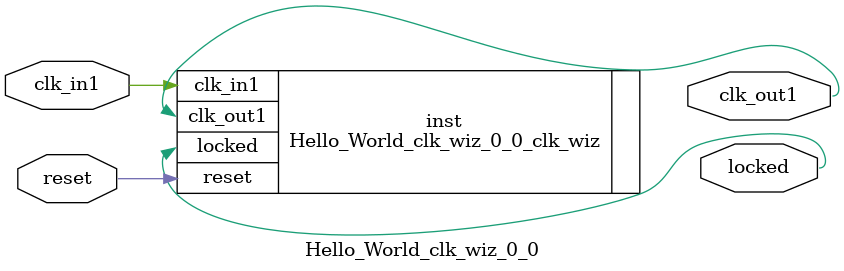
<source format=v>


`timescale 1ps/1ps

(* CORE_GENERATION_INFO = "Hello_World_clk_wiz_0_0,clk_wiz_v6_0_6_0_0,{component_name=Hello_World_clk_wiz_0_0,use_phase_alignment=true,use_min_o_jitter=false,use_max_i_jitter=false,use_dyn_phase_shift=false,use_inclk_switchover=false,use_dyn_reconfig=false,enable_axi=0,feedback_source=FDBK_AUTO,PRIMITIVE=MMCM,num_out_clk=1,clkin1_period=10.000,clkin2_period=10.000,use_power_down=false,use_reset=true,use_locked=true,use_inclk_stopped=false,feedback_type=SINGLE,CLOCK_MGR_TYPE=NA,manual_override=false}" *)

module Hello_World_clk_wiz_0_0 
 (
  // Clock out ports
  output        clk_out1,
  // Status and control signals
  input         reset,
  output        locked,
 // Clock in ports
  input         clk_in1
 );

  Hello_World_clk_wiz_0_0_clk_wiz inst
  (
  // Clock out ports  
  .clk_out1(clk_out1),
  // Status and control signals               
  .reset(reset), 
  .locked(locked),
 // Clock in ports
  .clk_in1(clk_in1)
  );

endmodule

</source>
